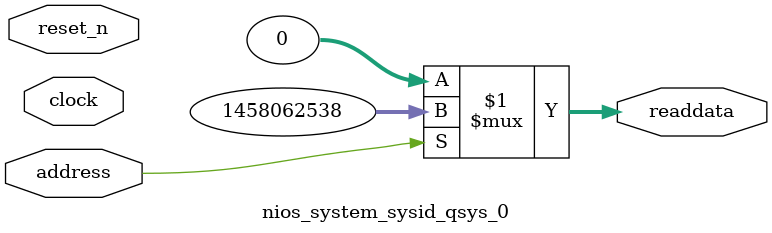
<source format=v>

`timescale 1ns / 1ps
// synthesis translate_on

// turn off superfluous verilog processor warnings 
// altera message_level Level1 
// altera message_off 10034 10035 10036 10037 10230 10240 10030 

module nios_system_sysid_qsys_0 (
               // inputs:
                address,
                clock,
                reset_n,

               // outputs:
                readdata
             )
;

  output  [ 31: 0] readdata;
  input            address;
  input            clock;
  input            reset_n;

  wire    [ 31: 0] readdata;
  //control_slave, which is an e_avalon_slave
  assign readdata = address ? 1458062538 : 0;

endmodule




</source>
